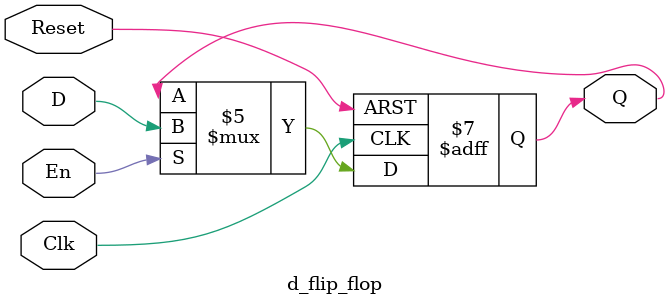
<source format=sv>
module d_flip_flop (
					input Clk, D, En, Reset,  // Reset is ACTIVE LOW
					output logic Q
				);
	
	always_ff @ (posedge Clk, negedge Reset)
	begin
		if (Reset == 1'b0) //ACTIVE LOW
			Q <= 0;
		else if (En == 1'b1)
			Q <= D;
		else
			Q <= Q;
	end
	
endmodule				

</source>
